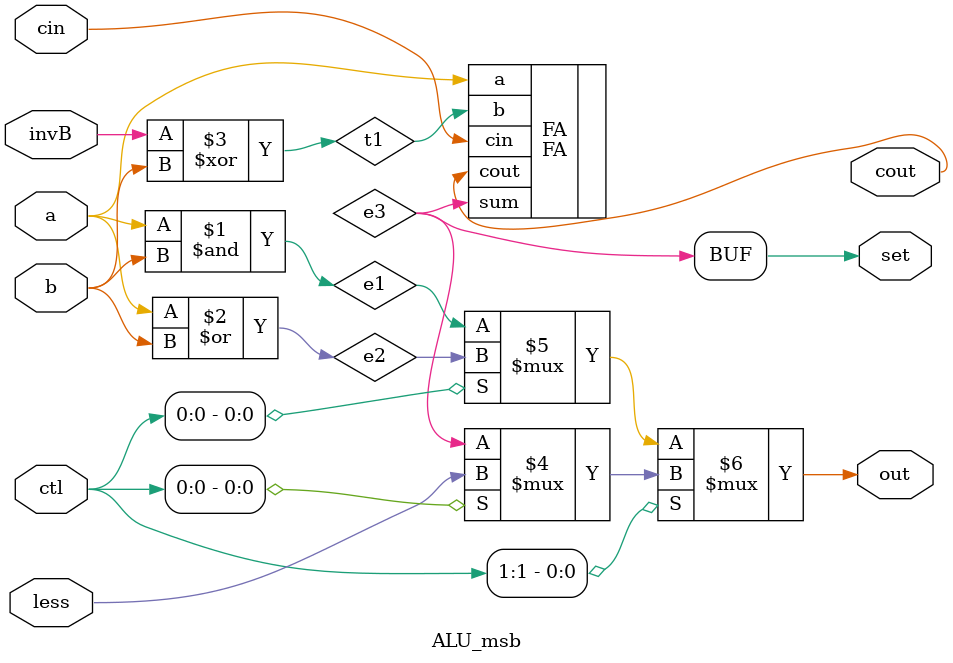
<source format=v>
`timescale 1ns/1ns
module ALU_msb( a, b, ctl, cin, invB, less, cout, out, set );
input a, b, cin, invB, less;
input [1:0] ctl;
output cout, out, set;

wire e1, e2, e3, t1;

and ( e1, a, b );

or ( e2, a, b );

xor ( t1, invB, b );
FA FA( .a(a), .b(t1), .cin(cin), .cout(cout), .sum(e3) );
assign set = e3 ;

assign out = ctl[1] ? ( ctl[0] ? less : e3 ) : ( ctl[0] ? e2 : e1 );

endmodule
</source>
